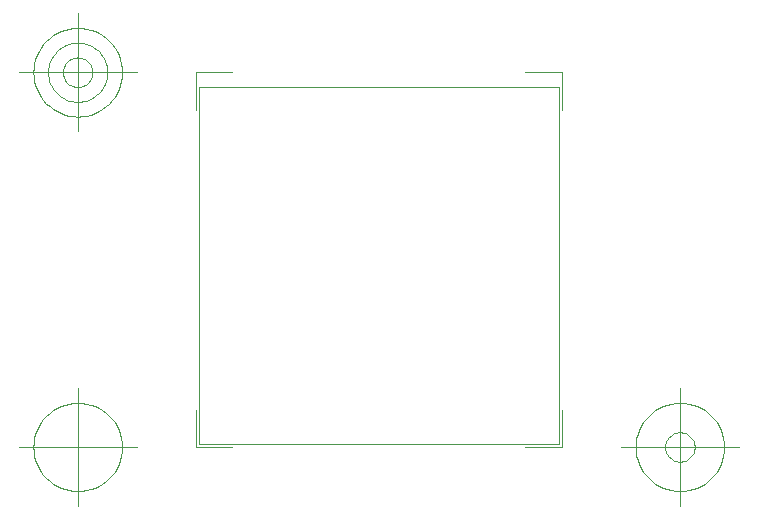
<source format=gbr>
G04 Generated by Ultiboard 10.0 *
%FSLAX25Y25*%
%MOIN*%

%ADD23C,0.00004*%
%ADD22C,0.00394*%


G04 ColorRGB 00FFFF for the following layer *
%LNLeiterplattenumriss*%
%LPD*%
%FSLAX25Y25*%
%MOIN*%
G54D23*
X0Y0D02*
X120000Y0D01*
X120000Y0D02*
X120000Y119000D01*
X120000Y119000D02*
X0Y119000D01*
X0Y119000D02*
X0Y0D01*
X0Y0D02*
X120000Y0D01*
X120000Y0D02*
X120000Y119000D01*
X120000Y119000D02*
X0Y119000D01*
X0Y119000D02*
X0Y0D01*
G54D22*
X-1000Y-1000D02*
X-1000Y11491D01*
X-1000Y-1000D02*
X11200Y-1000D01*
X121000Y-1000D02*
X108800Y-1000D01*
X121000Y-1000D02*
X121000Y11491D01*
X121000Y123912D02*
X121000Y111421D01*
X121000Y123912D02*
X108800Y123912D01*
X-1000Y123912D02*
X11200Y123912D01*
X-1000Y123912D02*
X-1000Y111421D01*
X-20685Y-1000D02*
X-60055Y-1000D01*
X-40370Y-20685D02*
X-40370Y18685D01*
X-25606Y-1000D02*
X-25677Y447D01*
X-25677Y447D02*
X-25890Y1880D01*
X-25890Y1880D02*
X-26242Y3286D01*
X-26242Y3286D02*
X-26730Y4650D01*
X-26730Y4650D02*
X-27350Y5960D01*
X-27350Y5960D02*
X-28094Y7202D01*
X-28094Y7202D02*
X-28958Y8366D01*
X-28958Y8366D02*
X-29931Y9440D01*
X-29931Y9440D02*
X-31004Y10413D01*
X-31004Y10413D02*
X-32168Y11276D01*
X-32168Y11276D02*
X-33410Y12020D01*
X-33410Y12020D02*
X-34720Y12640D01*
X-34720Y12640D02*
X-36084Y13128D01*
X-36084Y13128D02*
X-37490Y13480D01*
X-37490Y13480D02*
X-38923Y13693D01*
X-38923Y13693D02*
X-40370Y13764D01*
X-40370Y13764D02*
X-41817Y13693D01*
X-41817Y13693D02*
X-43250Y13480D01*
X-43250Y13480D02*
X-44656Y13128D01*
X-44656Y13128D02*
X-46020Y12640D01*
X-46020Y12640D02*
X-47330Y12020D01*
X-47330Y12020D02*
X-48572Y11276D01*
X-48572Y11276D02*
X-49736Y10413D01*
X-49736Y10413D02*
X-50810Y9440D01*
X-50810Y9440D02*
X-51783Y8366D01*
X-51783Y8366D02*
X-52646Y7202D01*
X-52646Y7202D02*
X-53391Y5960D01*
X-53391Y5960D02*
X-54010Y4650D01*
X-54010Y4650D02*
X-54498Y3286D01*
X-54498Y3286D02*
X-54850Y1880D01*
X-54850Y1880D02*
X-55063Y447D01*
X-55063Y447D02*
X-55134Y-1000D01*
X-55134Y-1000D02*
X-55063Y-2447D01*
X-55063Y-2447D02*
X-54850Y-3880D01*
X-54850Y-3880D02*
X-54498Y-5286D01*
X-54498Y-5286D02*
X-54010Y-6650D01*
X-54010Y-6650D02*
X-53391Y-7960D01*
X-53391Y-7960D02*
X-52646Y-9202D01*
X-52646Y-9202D02*
X-51783Y-10366D01*
X-51783Y-10366D02*
X-50810Y-11440D01*
X-50810Y-11440D02*
X-49736Y-12413D01*
X-49736Y-12413D02*
X-48572Y-13276D01*
X-48572Y-13276D02*
X-47330Y-14020D01*
X-47330Y-14020D02*
X-46020Y-14640D01*
X-46020Y-14640D02*
X-44656Y-15128D01*
X-44656Y-15128D02*
X-43250Y-15480D01*
X-43250Y-15480D02*
X-41817Y-15693D01*
X-41817Y-15693D02*
X-40370Y-15764D01*
X-40370Y-15764D02*
X-38923Y-15693D01*
X-38923Y-15693D02*
X-37490Y-15480D01*
X-37490Y-15480D02*
X-36084Y-15128D01*
X-36084Y-15128D02*
X-34720Y-14640D01*
X-34720Y-14640D02*
X-33410Y-14020D01*
X-33410Y-14020D02*
X-32168Y-13276D01*
X-32168Y-13276D02*
X-31004Y-12413D01*
X-31004Y-12413D02*
X-29931Y-11440D01*
X-29931Y-11440D02*
X-28958Y-10366D01*
X-28958Y-10366D02*
X-28094Y-9202D01*
X-28094Y-9202D02*
X-27350Y-7960D01*
X-27350Y-7960D02*
X-26730Y-6650D01*
X-26730Y-6650D02*
X-26242Y-5286D01*
X-26242Y-5286D02*
X-25890Y-3880D01*
X-25890Y-3880D02*
X-25677Y-2447D01*
X-25677Y-2447D02*
X-25606Y-1000D01*
X140685Y-1000D02*
X180055Y-1000D01*
X160370Y-20685D02*
X160370Y18685D01*
X175134Y-1000D02*
X175063Y447D01*
X175063Y447D02*
X174850Y1880D01*
X174850Y1880D02*
X174498Y3286D01*
X174498Y3286D02*
X174010Y4650D01*
X174010Y4650D02*
X173390Y5960D01*
X173390Y5960D02*
X172646Y7202D01*
X172646Y7202D02*
X171782Y8366D01*
X171782Y8366D02*
X170809Y9440D01*
X170809Y9440D02*
X169736Y10413D01*
X169736Y10413D02*
X168572Y11276D01*
X168572Y11276D02*
X167329Y12020D01*
X167329Y12020D02*
X166020Y12640D01*
X166020Y12640D02*
X164656Y13128D01*
X164656Y13128D02*
X163250Y13480D01*
X163250Y13480D02*
X161817Y13693D01*
X161817Y13693D02*
X160370Y13764D01*
X160370Y13764D02*
X158923Y13693D01*
X158923Y13693D02*
X157490Y13480D01*
X157490Y13480D02*
X156084Y13128D01*
X156084Y13128D02*
X154720Y12640D01*
X154720Y12640D02*
X153410Y12020D01*
X153410Y12020D02*
X152168Y11276D01*
X152168Y11276D02*
X151004Y10413D01*
X151004Y10413D02*
X149930Y9440D01*
X149930Y9440D02*
X148957Y8366D01*
X148957Y8366D02*
X148094Y7202D01*
X148094Y7202D02*
X147349Y5960D01*
X147349Y5960D02*
X146730Y4650D01*
X146730Y4650D02*
X146242Y3286D01*
X146242Y3286D02*
X145890Y1880D01*
X145890Y1880D02*
X145677Y447D01*
X145677Y447D02*
X145606Y-1000D01*
X145606Y-1000D02*
X145677Y-2447D01*
X145677Y-2447D02*
X145890Y-3880D01*
X145890Y-3880D02*
X146242Y-5286D01*
X146242Y-5286D02*
X146730Y-6650D01*
X146730Y-6650D02*
X147349Y-7960D01*
X147349Y-7960D02*
X148094Y-9202D01*
X148094Y-9202D02*
X148957Y-10366D01*
X148957Y-10366D02*
X149930Y-11440D01*
X149930Y-11440D02*
X151004Y-12413D01*
X151004Y-12413D02*
X152168Y-13276D01*
X152168Y-13276D02*
X153410Y-14020D01*
X153410Y-14020D02*
X154720Y-14640D01*
X154720Y-14640D02*
X156084Y-15128D01*
X156084Y-15128D02*
X157490Y-15480D01*
X157490Y-15480D02*
X158923Y-15693D01*
X158923Y-15693D02*
X160370Y-15764D01*
X160370Y-15764D02*
X161817Y-15693D01*
X161817Y-15693D02*
X163250Y-15480D01*
X163250Y-15480D02*
X164656Y-15128D01*
X164656Y-15128D02*
X166020Y-14640D01*
X166020Y-14640D02*
X167329Y-14020D01*
X167329Y-14020D02*
X168572Y-13276D01*
X168572Y-13276D02*
X169736Y-12413D01*
X169736Y-12413D02*
X170809Y-11440D01*
X170809Y-11440D02*
X171782Y-10366D01*
X171782Y-10366D02*
X172646Y-9202D01*
X172646Y-9202D02*
X173390Y-7960D01*
X173390Y-7960D02*
X174010Y-6650D01*
X174010Y-6650D02*
X174498Y-5286D01*
X174498Y-5286D02*
X174850Y-3880D01*
X174850Y-3880D02*
X175063Y-2447D01*
X175063Y-2447D02*
X175134Y-1000D01*
X165291Y-1000D02*
X165267Y-518D01*
X165267Y-518D02*
X165197Y-40D01*
X165197Y-40D02*
X165079Y429D01*
X165079Y429D02*
X164917Y883D01*
X164917Y883D02*
X164710Y1320D01*
X164710Y1320D02*
X164462Y1734D01*
X164462Y1734D02*
X164174Y2122D01*
X164174Y2122D02*
X163850Y2480D01*
X163850Y2480D02*
X163492Y2804D01*
X163492Y2804D02*
X163104Y3092D01*
X163104Y3092D02*
X162690Y3340D01*
X162690Y3340D02*
X162253Y3547D01*
X162253Y3547D02*
X161798Y3709D01*
X161798Y3709D02*
X161330Y3827D01*
X161330Y3827D02*
X160852Y3898D01*
X160852Y3898D02*
X160370Y3921D01*
X160370Y3921D02*
X159888Y3898D01*
X159888Y3898D02*
X159410Y3827D01*
X159410Y3827D02*
X158941Y3709D01*
X158941Y3709D02*
X158487Y3547D01*
X158487Y3547D02*
X158050Y3340D01*
X158050Y3340D02*
X157636Y3092D01*
X157636Y3092D02*
X157248Y2804D01*
X157248Y2804D02*
X156890Y2480D01*
X156890Y2480D02*
X156566Y2122D01*
X156566Y2122D02*
X156278Y1734D01*
X156278Y1734D02*
X156030Y1320D01*
X156030Y1320D02*
X155823Y883D01*
X155823Y883D02*
X155661Y429D01*
X155661Y429D02*
X155543Y-40D01*
X155543Y-40D02*
X155472Y-518D01*
X155472Y-518D02*
X155449Y-1000D01*
X155449Y-1000D02*
X155472Y-1482D01*
X155472Y-1482D02*
X155543Y-1960D01*
X155543Y-1960D02*
X155661Y-2429D01*
X155661Y-2429D02*
X155823Y-2883D01*
X155823Y-2883D02*
X156030Y-3320D01*
X156030Y-3320D02*
X156278Y-3734D01*
X156278Y-3734D02*
X156566Y-4122D01*
X156566Y-4122D02*
X156890Y-4480D01*
X156890Y-4480D02*
X157248Y-4804D01*
X157248Y-4804D02*
X157636Y-5092D01*
X157636Y-5092D02*
X158050Y-5340D01*
X158050Y-5340D02*
X158487Y-5547D01*
X158487Y-5547D02*
X158941Y-5709D01*
X158941Y-5709D02*
X159410Y-5827D01*
X159410Y-5827D02*
X159888Y-5898D01*
X159888Y-5898D02*
X160370Y-5921D01*
X160370Y-5921D02*
X160852Y-5898D01*
X160852Y-5898D02*
X161330Y-5827D01*
X161330Y-5827D02*
X161798Y-5709D01*
X161798Y-5709D02*
X162253Y-5547D01*
X162253Y-5547D02*
X162690Y-5340D01*
X162690Y-5340D02*
X163104Y-5092D01*
X163104Y-5092D02*
X163492Y-4804D01*
X163492Y-4804D02*
X163850Y-4480D01*
X163850Y-4480D02*
X164174Y-4122D01*
X164174Y-4122D02*
X164462Y-3734D01*
X164462Y-3734D02*
X164710Y-3320D01*
X164710Y-3320D02*
X164917Y-2883D01*
X164917Y-2883D02*
X165079Y-2429D01*
X165079Y-2429D02*
X165197Y-1960D01*
X165197Y-1960D02*
X165267Y-1482D01*
X165267Y-1482D02*
X165291Y-1000D01*
X-20685Y123912D02*
X-60055Y123912D01*
X-40370Y104227D02*
X-40370Y143597D01*
X-25606Y123912D02*
X-25677Y125359D01*
X-25677Y125359D02*
X-25890Y126792D01*
X-25890Y126792D02*
X-26242Y128198D01*
X-26242Y128198D02*
X-26730Y129562D01*
X-26730Y129562D02*
X-27350Y130871D01*
X-27350Y130871D02*
X-28094Y132114D01*
X-28094Y132114D02*
X-28958Y133278D01*
X-28958Y133278D02*
X-29931Y134351D01*
X-29931Y134351D02*
X-31004Y135324D01*
X-31004Y135324D02*
X-32168Y136187D01*
X-32168Y136187D02*
X-33410Y136932D01*
X-33410Y136932D02*
X-34720Y137552D01*
X-34720Y137552D02*
X-36084Y138040D01*
X-36084Y138040D02*
X-37490Y138392D01*
X-37490Y138392D02*
X-38923Y138604D01*
X-38923Y138604D02*
X-40370Y138676D01*
X-40370Y138676D02*
X-41817Y138604D01*
X-41817Y138604D02*
X-43250Y138392D01*
X-43250Y138392D02*
X-44656Y138040D01*
X-44656Y138040D02*
X-46020Y137552D01*
X-46020Y137552D02*
X-47330Y136932D01*
X-47330Y136932D02*
X-48572Y136187D01*
X-48572Y136187D02*
X-49736Y135324D01*
X-49736Y135324D02*
X-50810Y134351D01*
X-50810Y134351D02*
X-51783Y133278D01*
X-51783Y133278D02*
X-52646Y132114D01*
X-52646Y132114D02*
X-53391Y130871D01*
X-53391Y130871D02*
X-54010Y129562D01*
X-54010Y129562D02*
X-54498Y128198D01*
X-54498Y128198D02*
X-54850Y126792D01*
X-54850Y126792D02*
X-55063Y125359D01*
X-55063Y125359D02*
X-55134Y123912D01*
X-55134Y123912D02*
X-55063Y122465D01*
X-55063Y122465D02*
X-54850Y121032D01*
X-54850Y121032D02*
X-54498Y119626D01*
X-54498Y119626D02*
X-54010Y118262D01*
X-54010Y118262D02*
X-53391Y116952D01*
X-53391Y116952D02*
X-52646Y115709D01*
X-52646Y115709D02*
X-51783Y114546D01*
X-51783Y114546D02*
X-50810Y113472D01*
X-50810Y113472D02*
X-49736Y112499D01*
X-49736Y112499D02*
X-48572Y111636D01*
X-48572Y111636D02*
X-47330Y110891D01*
X-47330Y110891D02*
X-46020Y110272D01*
X-46020Y110272D02*
X-44656Y109784D01*
X-44656Y109784D02*
X-43250Y109432D01*
X-43250Y109432D02*
X-41817Y109219D01*
X-41817Y109219D02*
X-40370Y109148D01*
X-40370Y109148D02*
X-38923Y109219D01*
X-38923Y109219D02*
X-37490Y109432D01*
X-37490Y109432D02*
X-36084Y109784D01*
X-36084Y109784D02*
X-34720Y110272D01*
X-34720Y110272D02*
X-33410Y110891D01*
X-33410Y110891D02*
X-32168Y111636D01*
X-32168Y111636D02*
X-31004Y112499D01*
X-31004Y112499D02*
X-29931Y113472D01*
X-29931Y113472D02*
X-28958Y114546D01*
X-28958Y114546D02*
X-28094Y115709D01*
X-28094Y115709D02*
X-27350Y116952D01*
X-27350Y116952D02*
X-26730Y118262D01*
X-26730Y118262D02*
X-26242Y119626D01*
X-26242Y119626D02*
X-25890Y121032D01*
X-25890Y121032D02*
X-25677Y122465D01*
X-25677Y122465D02*
X-25606Y123912D01*
X-30528Y123912D02*
X-30575Y124877D01*
X-30575Y124877D02*
X-30717Y125832D01*
X-30717Y125832D02*
X-30951Y126769D01*
X-30951Y126769D02*
X-31277Y127678D01*
X-31277Y127678D02*
X-31690Y128552D01*
X-31690Y128552D02*
X-32186Y129380D01*
X-32186Y129380D02*
X-32762Y130156D01*
X-32762Y130156D02*
X-33410Y130872D01*
X-33410Y130872D02*
X-34126Y131520D01*
X-34126Y131520D02*
X-34902Y132096D01*
X-34902Y132096D02*
X-35730Y132592D01*
X-35730Y132592D02*
X-36604Y133005D01*
X-36604Y133005D02*
X-37513Y133331D01*
X-37513Y133331D02*
X-38450Y133565D01*
X-38450Y133565D02*
X-39405Y133707D01*
X-39405Y133707D02*
X-40370Y133754D01*
X-40370Y133754D02*
X-41335Y133707D01*
X-41335Y133707D02*
X-42290Y133565D01*
X-42290Y133565D02*
X-43227Y133331D01*
X-43227Y133331D02*
X-44137Y133005D01*
X-44137Y133005D02*
X-45010Y132592D01*
X-45010Y132592D02*
X-45838Y132096D01*
X-45838Y132096D02*
X-46614Y131520D01*
X-46614Y131520D02*
X-47330Y130872D01*
X-47330Y130872D02*
X-47978Y130156D01*
X-47978Y130156D02*
X-48554Y129380D01*
X-48554Y129380D02*
X-49050Y128552D01*
X-49050Y128552D02*
X-49463Y127678D01*
X-49463Y127678D02*
X-49789Y126769D01*
X-49789Y126769D02*
X-50023Y125832D01*
X-50023Y125832D02*
X-50165Y124877D01*
X-50165Y124877D02*
X-50213Y123912D01*
X-50213Y123912D02*
X-50165Y122947D01*
X-50165Y122947D02*
X-50023Y121992D01*
X-50023Y121992D02*
X-49789Y121055D01*
X-49789Y121055D02*
X-49463Y120145D01*
X-49463Y120145D02*
X-49050Y119272D01*
X-49050Y119272D02*
X-48554Y118444D01*
X-48554Y118444D02*
X-47978Y117668D01*
X-47978Y117668D02*
X-47330Y116952D01*
X-47330Y116952D02*
X-46614Y116303D01*
X-46614Y116303D02*
X-45838Y115728D01*
X-45838Y115728D02*
X-45010Y115231D01*
X-45010Y115231D02*
X-44137Y114819D01*
X-44137Y114819D02*
X-43227Y114493D01*
X-43227Y114493D02*
X-42290Y114258D01*
X-42290Y114258D02*
X-41335Y114117D01*
X-41335Y114117D02*
X-40370Y114069D01*
X-40370Y114069D02*
X-39405Y114117D01*
X-39405Y114117D02*
X-38450Y114258D01*
X-38450Y114258D02*
X-37513Y114493D01*
X-37513Y114493D02*
X-36604Y114819D01*
X-36604Y114819D02*
X-35730Y115231D01*
X-35730Y115231D02*
X-34902Y115728D01*
X-34902Y115728D02*
X-34126Y116303D01*
X-34126Y116303D02*
X-33410Y116952D01*
X-33410Y116952D02*
X-32762Y117668D01*
X-32762Y117668D02*
X-32186Y118444D01*
X-32186Y118444D02*
X-31690Y119272D01*
X-31690Y119272D02*
X-31277Y120145D01*
X-31277Y120145D02*
X-30951Y121055D01*
X-30951Y121055D02*
X-30717Y121992D01*
X-30717Y121992D02*
X-30575Y122947D01*
X-30575Y122947D02*
X-30528Y123912D01*
X-35449Y123912D02*
X-35473Y124394D01*
X-35473Y124394D02*
X-35543Y124872D01*
X-35543Y124872D02*
X-35661Y125340D01*
X-35661Y125340D02*
X-35823Y125795D01*
X-35823Y125795D02*
X-36030Y126232D01*
X-36030Y126232D02*
X-36278Y126646D01*
X-36278Y126646D02*
X-36566Y127034D01*
X-36566Y127034D02*
X-36890Y127392D01*
X-36890Y127392D02*
X-37248Y127716D01*
X-37248Y127716D02*
X-37636Y128004D01*
X-37636Y128004D02*
X-38050Y128252D01*
X-38050Y128252D02*
X-38487Y128458D01*
X-38487Y128458D02*
X-38942Y128621D01*
X-38942Y128621D02*
X-39410Y128739D01*
X-39410Y128739D02*
X-39888Y128809D01*
X-39888Y128809D02*
X-40370Y128833D01*
X-40370Y128833D02*
X-40852Y128809D01*
X-40852Y128809D02*
X-41330Y128739D01*
X-41330Y128739D02*
X-41799Y128621D01*
X-41799Y128621D02*
X-42253Y128458D01*
X-42253Y128458D02*
X-42690Y128252D01*
X-42690Y128252D02*
X-43104Y128004D01*
X-43104Y128004D02*
X-43492Y127716D01*
X-43492Y127716D02*
X-43850Y127392D01*
X-43850Y127392D02*
X-44174Y127034D01*
X-44174Y127034D02*
X-44462Y126646D01*
X-44462Y126646D02*
X-44710Y126232D01*
X-44710Y126232D02*
X-44917Y125795D01*
X-44917Y125795D02*
X-45079Y125340D01*
X-45079Y125340D02*
X-45197Y124872D01*
X-45197Y124872D02*
X-45268Y124394D01*
X-45268Y124394D02*
X-45291Y123912D01*
X-45291Y123912D02*
X-45268Y123429D01*
X-45268Y123429D02*
X-45197Y122952D01*
X-45197Y122952D02*
X-45079Y122483D01*
X-45079Y122483D02*
X-44917Y122029D01*
X-44917Y122029D02*
X-44710Y121592D01*
X-44710Y121592D02*
X-44462Y121178D01*
X-44462Y121178D02*
X-44174Y120790D01*
X-44174Y120790D02*
X-43850Y120432D01*
X-43850Y120432D02*
X-43492Y120108D01*
X-43492Y120108D02*
X-43104Y119820D01*
X-43104Y119820D02*
X-42690Y119572D01*
X-42690Y119572D02*
X-42253Y119365D01*
X-42253Y119365D02*
X-41799Y119202D01*
X-41799Y119202D02*
X-41330Y119085D01*
X-41330Y119085D02*
X-40852Y119014D01*
X-40852Y119014D02*
X-40370Y118991D01*
X-40370Y118991D02*
X-39888Y119014D01*
X-39888Y119014D02*
X-39410Y119085D01*
X-39410Y119085D02*
X-38942Y119202D01*
X-38942Y119202D02*
X-38487Y119365D01*
X-38487Y119365D02*
X-38050Y119572D01*
X-38050Y119572D02*
X-37636Y119820D01*
X-37636Y119820D02*
X-37248Y120108D01*
X-37248Y120108D02*
X-36890Y120432D01*
X-36890Y120432D02*
X-36566Y120790D01*
X-36566Y120790D02*
X-36278Y121178D01*
X-36278Y121178D02*
X-36030Y121592D01*
X-36030Y121592D02*
X-35823Y122029D01*
X-35823Y122029D02*
X-35661Y122483D01*
X-35661Y122483D02*
X-35543Y122952D01*
X-35543Y122952D02*
X-35473Y123429D01*
X-35473Y123429D02*
X-35449Y123912D01*
X-1000Y-1000D02*
X-1000Y11491D01*
X-1000Y-1000D02*
X11200Y-1000D01*
X121000Y-1000D02*
X108800Y-1000D01*
X121000Y-1000D02*
X121000Y11491D01*
X121000Y123912D02*
X121000Y111421D01*
X121000Y123912D02*
X108800Y123912D01*
X-1000Y123912D02*
X11200Y123912D01*
X-1000Y123912D02*
X-1000Y111421D01*
X-20685Y-1000D02*
X-60055Y-1000D01*
X-40370Y-20685D02*
X-40370Y18685D01*
X-25606Y-1000D02*
X-25677Y447D01*
X-25677Y447D02*
X-25890Y1880D01*
X-25890Y1880D02*
X-26242Y3286D01*
X-26242Y3286D02*
X-26730Y4650D01*
X-26730Y4650D02*
X-27350Y5960D01*
X-27350Y5960D02*
X-28094Y7202D01*
X-28094Y7202D02*
X-28958Y8366D01*
X-28958Y8366D02*
X-29931Y9440D01*
X-29931Y9440D02*
X-31004Y10413D01*
X-31004Y10413D02*
X-32168Y11276D01*
X-32168Y11276D02*
X-33410Y12020D01*
X-33410Y12020D02*
X-34720Y12640D01*
X-34720Y12640D02*
X-36084Y13128D01*
X-36084Y13128D02*
X-37490Y13480D01*
X-37490Y13480D02*
X-38923Y13693D01*
X-38923Y13693D02*
X-40370Y13764D01*
X-40370Y13764D02*
X-41817Y13693D01*
X-41817Y13693D02*
X-43250Y13480D01*
X-43250Y13480D02*
X-44656Y13128D01*
X-44656Y13128D02*
X-46020Y12640D01*
X-46020Y12640D02*
X-47330Y12020D01*
X-47330Y12020D02*
X-48572Y11276D01*
X-48572Y11276D02*
X-49736Y10413D01*
X-49736Y10413D02*
X-50810Y9440D01*
X-50810Y9440D02*
X-51783Y8366D01*
X-51783Y8366D02*
X-52646Y7202D01*
X-52646Y7202D02*
X-53391Y5960D01*
X-53391Y5960D02*
X-54010Y4650D01*
X-54010Y4650D02*
X-54498Y3286D01*
X-54498Y3286D02*
X-54850Y1880D01*
X-54850Y1880D02*
X-55063Y447D01*
X-55063Y447D02*
X-55134Y-1000D01*
X-55134Y-1000D02*
X-55063Y-2447D01*
X-55063Y-2447D02*
X-54850Y-3880D01*
X-54850Y-3880D02*
X-54498Y-5286D01*
X-54498Y-5286D02*
X-54010Y-6650D01*
X-54010Y-6650D02*
X-53391Y-7960D01*
X-53391Y-7960D02*
X-52646Y-9202D01*
X-52646Y-9202D02*
X-51783Y-10366D01*
X-51783Y-10366D02*
X-50810Y-11440D01*
X-50810Y-11440D02*
X-49736Y-12413D01*
X-49736Y-12413D02*
X-48572Y-13276D01*
X-48572Y-13276D02*
X-47330Y-14020D01*
X-47330Y-14020D02*
X-46020Y-14640D01*
X-46020Y-14640D02*
X-44656Y-15128D01*
X-44656Y-15128D02*
X-43250Y-15480D01*
X-43250Y-15480D02*
X-41817Y-15693D01*
X-41817Y-15693D02*
X-40370Y-15764D01*
X-40370Y-15764D02*
X-38923Y-15693D01*
X-38923Y-15693D02*
X-37490Y-15480D01*
X-37490Y-15480D02*
X-36084Y-15128D01*
X-36084Y-15128D02*
X-34720Y-14640D01*
X-34720Y-14640D02*
X-33410Y-14020D01*
X-33410Y-14020D02*
X-32168Y-13276D01*
X-32168Y-13276D02*
X-31004Y-12413D01*
X-31004Y-12413D02*
X-29931Y-11440D01*
X-29931Y-11440D02*
X-28958Y-10366D01*
X-28958Y-10366D02*
X-28094Y-9202D01*
X-28094Y-9202D02*
X-27350Y-7960D01*
X-27350Y-7960D02*
X-26730Y-6650D01*
X-26730Y-6650D02*
X-26242Y-5286D01*
X-26242Y-5286D02*
X-25890Y-3880D01*
X-25890Y-3880D02*
X-25677Y-2447D01*
X-25677Y-2447D02*
X-25606Y-1000D01*
X140685Y-1000D02*
X180055Y-1000D01*
X160370Y-20685D02*
X160370Y18685D01*
X175134Y-1000D02*
X175063Y447D01*
X175063Y447D02*
X174850Y1880D01*
X174850Y1880D02*
X174498Y3286D01*
X174498Y3286D02*
X174010Y4650D01*
X174010Y4650D02*
X173390Y5960D01*
X173390Y5960D02*
X172646Y7202D01*
X172646Y7202D02*
X171782Y8366D01*
X171782Y8366D02*
X170809Y9440D01*
X170809Y9440D02*
X169736Y10413D01*
X169736Y10413D02*
X168572Y11276D01*
X168572Y11276D02*
X167329Y12020D01*
X167329Y12020D02*
X166020Y12640D01*
X166020Y12640D02*
X164656Y13128D01*
X164656Y13128D02*
X163250Y13480D01*
X163250Y13480D02*
X161817Y13693D01*
X161817Y13693D02*
X160370Y13764D01*
X160370Y13764D02*
X158923Y13693D01*
X158923Y13693D02*
X157490Y13480D01*
X157490Y13480D02*
X156084Y13128D01*
X156084Y13128D02*
X154720Y12640D01*
X154720Y12640D02*
X153410Y12020D01*
X153410Y12020D02*
X152168Y11276D01*
X152168Y11276D02*
X151004Y10413D01*
X151004Y10413D02*
X149930Y9440D01*
X149930Y9440D02*
X148957Y8366D01*
X148957Y8366D02*
X148094Y7202D01*
X148094Y7202D02*
X147349Y5960D01*
X147349Y5960D02*
X146730Y4650D01*
X146730Y4650D02*
X146242Y3286D01*
X146242Y3286D02*
X145890Y1880D01*
X145890Y1880D02*
X145677Y447D01*
X145677Y447D02*
X145606Y-1000D01*
X145606Y-1000D02*
X145677Y-2447D01*
X145677Y-2447D02*
X145890Y-3880D01*
X145890Y-3880D02*
X146242Y-5286D01*
X146242Y-5286D02*
X146730Y-6650D01*
X146730Y-6650D02*
X147349Y-7960D01*
X147349Y-7960D02*
X148094Y-9202D01*
X148094Y-9202D02*
X148957Y-10366D01*
X148957Y-10366D02*
X149930Y-11440D01*
X149930Y-11440D02*
X151004Y-12413D01*
X151004Y-12413D02*
X152168Y-13276D01*
X152168Y-13276D02*
X153410Y-14020D01*
X153410Y-14020D02*
X154720Y-14640D01*
X154720Y-14640D02*
X156084Y-15128D01*
X156084Y-15128D02*
X157490Y-15480D01*
X157490Y-15480D02*
X158923Y-15693D01*
X158923Y-15693D02*
X160370Y-15764D01*
X160370Y-15764D02*
X161817Y-15693D01*
X161817Y-15693D02*
X163250Y-15480D01*
X163250Y-15480D02*
X164656Y-15128D01*
X164656Y-15128D02*
X166020Y-14640D01*
X166020Y-14640D02*
X167329Y-14020D01*
X167329Y-14020D02*
X168572Y-13276D01*
X168572Y-13276D02*
X169736Y-12413D01*
X169736Y-12413D02*
X170809Y-11440D01*
X170809Y-11440D02*
X171782Y-10366D01*
X171782Y-10366D02*
X172646Y-9202D01*
X172646Y-9202D02*
X173390Y-7960D01*
X173390Y-7960D02*
X174010Y-6650D01*
X174010Y-6650D02*
X174498Y-5286D01*
X174498Y-5286D02*
X174850Y-3880D01*
X174850Y-3880D02*
X175063Y-2447D01*
X175063Y-2447D02*
X175134Y-1000D01*
X165291Y-1000D02*
X165267Y-518D01*
X165267Y-518D02*
X165197Y-40D01*
X165197Y-40D02*
X165079Y429D01*
X165079Y429D02*
X164917Y883D01*
X164917Y883D02*
X164710Y1320D01*
X164710Y1320D02*
X164462Y1734D01*
X164462Y1734D02*
X164174Y2122D01*
X164174Y2122D02*
X163850Y2480D01*
X163850Y2480D02*
X163492Y2804D01*
X163492Y2804D02*
X163104Y3092D01*
X163104Y3092D02*
X162690Y3340D01*
X162690Y3340D02*
X162253Y3547D01*
X162253Y3547D02*
X161798Y3709D01*
X161798Y3709D02*
X161330Y3827D01*
X161330Y3827D02*
X160852Y3898D01*
X160852Y3898D02*
X160370Y3921D01*
X160370Y3921D02*
X159888Y3898D01*
X159888Y3898D02*
X159410Y3827D01*
X159410Y3827D02*
X158941Y3709D01*
X158941Y3709D02*
X158487Y3547D01*
X158487Y3547D02*
X158050Y3340D01*
X158050Y3340D02*
X157636Y3092D01*
X157636Y3092D02*
X157248Y2804D01*
X157248Y2804D02*
X156890Y2480D01*
X156890Y2480D02*
X156566Y2122D01*
X156566Y2122D02*
X156278Y1734D01*
X156278Y1734D02*
X156030Y1320D01*
X156030Y1320D02*
X155823Y883D01*
X155823Y883D02*
X155661Y429D01*
X155661Y429D02*
X155543Y-40D01*
X155543Y-40D02*
X155472Y-518D01*
X155472Y-518D02*
X155449Y-1000D01*
X155449Y-1000D02*
X155472Y-1482D01*
X155472Y-1482D02*
X155543Y-1960D01*
X155543Y-1960D02*
X155661Y-2429D01*
X155661Y-2429D02*
X155823Y-2883D01*
X155823Y-2883D02*
X156030Y-3320D01*
X156030Y-3320D02*
X156278Y-3734D01*
X156278Y-3734D02*
X156566Y-4122D01*
X156566Y-4122D02*
X156890Y-4480D01*
X156890Y-4480D02*
X157248Y-4804D01*
X157248Y-4804D02*
X157636Y-5092D01*
X157636Y-5092D02*
X158050Y-5340D01*
X158050Y-5340D02*
X158487Y-5547D01*
X158487Y-5547D02*
X158941Y-5709D01*
X158941Y-5709D02*
X159410Y-5827D01*
X159410Y-5827D02*
X159888Y-5898D01*
X159888Y-5898D02*
X160370Y-5921D01*
X160370Y-5921D02*
X160852Y-5898D01*
X160852Y-5898D02*
X161330Y-5827D01*
X161330Y-5827D02*
X161798Y-5709D01*
X161798Y-5709D02*
X162253Y-5547D01*
X162253Y-5547D02*
X162690Y-5340D01*
X162690Y-5340D02*
X163104Y-5092D01*
X163104Y-5092D02*
X163492Y-4804D01*
X163492Y-4804D02*
X163850Y-4480D01*
X163850Y-4480D02*
X164174Y-4122D01*
X164174Y-4122D02*
X164462Y-3734D01*
X164462Y-3734D02*
X164710Y-3320D01*
X164710Y-3320D02*
X164917Y-2883D01*
X164917Y-2883D02*
X165079Y-2429D01*
X165079Y-2429D02*
X165197Y-1960D01*
X165197Y-1960D02*
X165267Y-1482D01*
X165267Y-1482D02*
X165291Y-1000D01*
X-20685Y123912D02*
X-60055Y123912D01*
X-40370Y104227D02*
X-40370Y143597D01*
X-25606Y123912D02*
X-25677Y125359D01*
X-25677Y125359D02*
X-25890Y126792D01*
X-25890Y126792D02*
X-26242Y128198D01*
X-26242Y128198D02*
X-26730Y129562D01*
X-26730Y129562D02*
X-27350Y130871D01*
X-27350Y130871D02*
X-28094Y132114D01*
X-28094Y132114D02*
X-28958Y133278D01*
X-28958Y133278D02*
X-29931Y134351D01*
X-29931Y134351D02*
X-31004Y135324D01*
X-31004Y135324D02*
X-32168Y136187D01*
X-32168Y136187D02*
X-33410Y136932D01*
X-33410Y136932D02*
X-34720Y137552D01*
X-34720Y137552D02*
X-36084Y138040D01*
X-36084Y138040D02*
X-37490Y138392D01*
X-37490Y138392D02*
X-38923Y138604D01*
X-38923Y138604D02*
X-40370Y138676D01*
X-40370Y138676D02*
X-41817Y138604D01*
X-41817Y138604D02*
X-43250Y138392D01*
X-43250Y138392D02*
X-44656Y138040D01*
X-44656Y138040D02*
X-46020Y137552D01*
X-46020Y137552D02*
X-47330Y136932D01*
X-47330Y136932D02*
X-48572Y136187D01*
X-48572Y136187D02*
X-49736Y135324D01*
X-49736Y135324D02*
X-50810Y134351D01*
X-50810Y134351D02*
X-51783Y133278D01*
X-51783Y133278D02*
X-52646Y132114D01*
X-52646Y132114D02*
X-53391Y130871D01*
X-53391Y130871D02*
X-54010Y129562D01*
X-54010Y129562D02*
X-54498Y128198D01*
X-54498Y128198D02*
X-54850Y126792D01*
X-54850Y126792D02*
X-55063Y125359D01*
X-55063Y125359D02*
X-55134Y123912D01*
X-55134Y123912D02*
X-55063Y122465D01*
X-55063Y122465D02*
X-54850Y121032D01*
X-54850Y121032D02*
X-54498Y119626D01*
X-54498Y119626D02*
X-54010Y118262D01*
X-54010Y118262D02*
X-53391Y116952D01*
X-53391Y116952D02*
X-52646Y115709D01*
X-52646Y115709D02*
X-51783Y114546D01*
X-51783Y114546D02*
X-50810Y113472D01*
X-50810Y113472D02*
X-49736Y112499D01*
X-49736Y112499D02*
X-48572Y111636D01*
X-48572Y111636D02*
X-47330Y110891D01*
X-47330Y110891D02*
X-46020Y110272D01*
X-46020Y110272D02*
X-44656Y109784D01*
X-44656Y109784D02*
X-43250Y109432D01*
X-43250Y109432D02*
X-41817Y109219D01*
X-41817Y109219D02*
X-40370Y109148D01*
X-40370Y109148D02*
X-38923Y109219D01*
X-38923Y109219D02*
X-37490Y109432D01*
X-37490Y109432D02*
X-36084Y109784D01*
X-36084Y109784D02*
X-34720Y110272D01*
X-34720Y110272D02*
X-33410Y110891D01*
X-33410Y110891D02*
X-32168Y111636D01*
X-32168Y111636D02*
X-31004Y112499D01*
X-31004Y112499D02*
X-29931Y113472D01*
X-29931Y113472D02*
X-28958Y114546D01*
X-28958Y114546D02*
X-28094Y115709D01*
X-28094Y115709D02*
X-27350Y116952D01*
X-27350Y116952D02*
X-26730Y118262D01*
X-26730Y118262D02*
X-26242Y119626D01*
X-26242Y119626D02*
X-25890Y121032D01*
X-25890Y121032D02*
X-25677Y122465D01*
X-25677Y122465D02*
X-25606Y123912D01*
X-30528Y123912D02*
X-30575Y124877D01*
X-30575Y124877D02*
X-30717Y125832D01*
X-30717Y125832D02*
X-30951Y126769D01*
X-30951Y126769D02*
X-31277Y127678D01*
X-31277Y127678D02*
X-31690Y128552D01*
X-31690Y128552D02*
X-32186Y129380D01*
X-32186Y129380D02*
X-32762Y130156D01*
X-32762Y130156D02*
X-33410Y130872D01*
X-33410Y130872D02*
X-34126Y131520D01*
X-34126Y131520D02*
X-34902Y132096D01*
X-34902Y132096D02*
X-35730Y132592D01*
X-35730Y132592D02*
X-36604Y133005D01*
X-36604Y133005D02*
X-37513Y133331D01*
X-37513Y133331D02*
X-38450Y133565D01*
X-38450Y133565D02*
X-39405Y133707D01*
X-39405Y133707D02*
X-40370Y133754D01*
X-40370Y133754D02*
X-41335Y133707D01*
X-41335Y133707D02*
X-42290Y133565D01*
X-42290Y133565D02*
X-43227Y133331D01*
X-43227Y133331D02*
X-44137Y133005D01*
X-44137Y133005D02*
X-45010Y132592D01*
X-45010Y132592D02*
X-45838Y132096D01*
X-45838Y132096D02*
X-46614Y131520D01*
X-46614Y131520D02*
X-47330Y130872D01*
X-47330Y130872D02*
X-47978Y130156D01*
X-47978Y130156D02*
X-48554Y129380D01*
X-48554Y129380D02*
X-49050Y128552D01*
X-49050Y128552D02*
X-49463Y127678D01*
X-49463Y127678D02*
X-49789Y126769D01*
X-49789Y126769D02*
X-50023Y125832D01*
X-50023Y125832D02*
X-50165Y124877D01*
X-50165Y124877D02*
X-50213Y123912D01*
X-50213Y123912D02*
X-50165Y122947D01*
X-50165Y122947D02*
X-50023Y121992D01*
X-50023Y121992D02*
X-49789Y121055D01*
X-49789Y121055D02*
X-49463Y120145D01*
X-49463Y120145D02*
X-49050Y119272D01*
X-49050Y119272D02*
X-48554Y118444D01*
X-48554Y118444D02*
X-47978Y117668D01*
X-47978Y117668D02*
X-47330Y116952D01*
X-47330Y116952D02*
X-46614Y116303D01*
X-46614Y116303D02*
X-45838Y115728D01*
X-45838Y115728D02*
X-45010Y115231D01*
X-45010Y115231D02*
X-44137Y114819D01*
X-44137Y114819D02*
X-43227Y114493D01*
X-43227Y114493D02*
X-42290Y114258D01*
X-42290Y114258D02*
X-41335Y114117D01*
X-41335Y114117D02*
X-40370Y114069D01*
X-40370Y114069D02*
X-39405Y114117D01*
X-39405Y114117D02*
X-38450Y114258D01*
X-38450Y114258D02*
X-37513Y114493D01*
X-37513Y114493D02*
X-36604Y114819D01*
X-36604Y114819D02*
X-35730Y115231D01*
X-35730Y115231D02*
X-34902Y115728D01*
X-34902Y115728D02*
X-34126Y116303D01*
X-34126Y116303D02*
X-33410Y116952D01*
X-33410Y116952D02*
X-32762Y117668D01*
X-32762Y117668D02*
X-32186Y118444D01*
X-32186Y118444D02*
X-31690Y119272D01*
X-31690Y119272D02*
X-31277Y120145D01*
X-31277Y120145D02*
X-30951Y121055D01*
X-30951Y121055D02*
X-30717Y121992D01*
X-30717Y121992D02*
X-30575Y122947D01*
X-30575Y122947D02*
X-30528Y123912D01*
X-35449Y123912D02*
X-35473Y124394D01*
X-35473Y124394D02*
X-35543Y124872D01*
X-35543Y124872D02*
X-35661Y125340D01*
X-35661Y125340D02*
X-35823Y125795D01*
X-35823Y125795D02*
X-36030Y126232D01*
X-36030Y126232D02*
X-36278Y126646D01*
X-36278Y126646D02*
X-36566Y127034D01*
X-36566Y127034D02*
X-36890Y127392D01*
X-36890Y127392D02*
X-37248Y127716D01*
X-37248Y127716D02*
X-37636Y128004D01*
X-37636Y128004D02*
X-38050Y128252D01*
X-38050Y128252D02*
X-38487Y128458D01*
X-38487Y128458D02*
X-38942Y128621D01*
X-38942Y128621D02*
X-39410Y128739D01*
X-39410Y128739D02*
X-39888Y128809D01*
X-39888Y128809D02*
X-40370Y128833D01*
X-40370Y128833D02*
X-40852Y128809D01*
X-40852Y128809D02*
X-41330Y128739D01*
X-41330Y128739D02*
X-41799Y128621D01*
X-41799Y128621D02*
X-42253Y128458D01*
X-42253Y128458D02*
X-42690Y128252D01*
X-42690Y128252D02*
X-43104Y128004D01*
X-43104Y128004D02*
X-43492Y127716D01*
X-43492Y127716D02*
X-43850Y127392D01*
X-43850Y127392D02*
X-44174Y127034D01*
X-44174Y127034D02*
X-44462Y126646D01*
X-44462Y126646D02*
X-44710Y126232D01*
X-44710Y126232D02*
X-44917Y125795D01*
X-44917Y125795D02*
X-45079Y125340D01*
X-45079Y125340D02*
X-45197Y124872D01*
X-45197Y124872D02*
X-45268Y124394D01*
X-45268Y124394D02*
X-45291Y123912D01*
X-45291Y123912D02*
X-45268Y123429D01*
X-45268Y123429D02*
X-45197Y122952D01*
X-45197Y122952D02*
X-45079Y122483D01*
X-45079Y122483D02*
X-44917Y122029D01*
X-44917Y122029D02*
X-44710Y121592D01*
X-44710Y121592D02*
X-44462Y121178D01*
X-44462Y121178D02*
X-44174Y120790D01*
X-44174Y120790D02*
X-43850Y120432D01*
X-43850Y120432D02*
X-43492Y120108D01*
X-43492Y120108D02*
X-43104Y119820D01*
X-43104Y119820D02*
X-42690Y119572D01*
X-42690Y119572D02*
X-42253Y119365D01*
X-42253Y119365D02*
X-41799Y119202D01*
X-41799Y119202D02*
X-41330Y119085D01*
X-41330Y119085D02*
X-40852Y119014D01*
X-40852Y119014D02*
X-40370Y118991D01*
X-40370Y118991D02*
X-39888Y119014D01*
X-39888Y119014D02*
X-39410Y119085D01*
X-39410Y119085D02*
X-38942Y119202D01*
X-38942Y119202D02*
X-38487Y119365D01*
X-38487Y119365D02*
X-38050Y119572D01*
X-38050Y119572D02*
X-37636Y119820D01*
X-37636Y119820D02*
X-37248Y120108D01*
X-37248Y120108D02*
X-36890Y120432D01*
X-36890Y120432D02*
X-36566Y120790D01*
X-36566Y120790D02*
X-36278Y121178D01*
X-36278Y121178D02*
X-36030Y121592D01*
X-36030Y121592D02*
X-35823Y122029D01*
X-35823Y122029D02*
X-35661Y122483D01*
X-35661Y122483D02*
X-35543Y122952D01*
X-35543Y122952D02*
X-35473Y123429D01*
X-35473Y123429D02*
X-35449Y123912D01*

M00*

</source>
